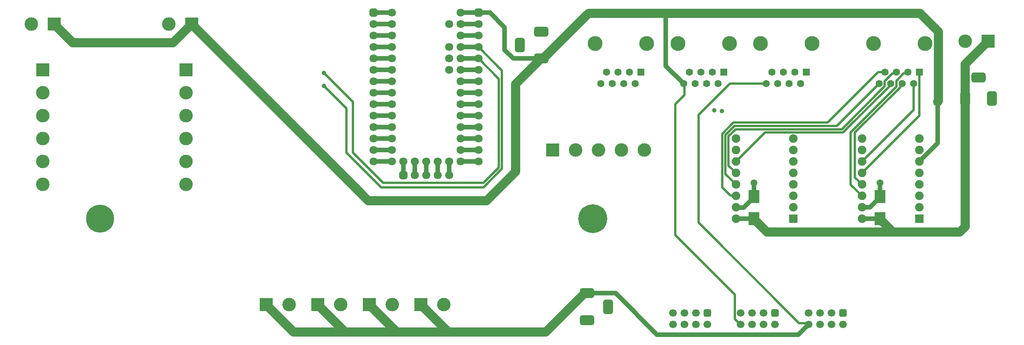
<source format=gbr>
%TF.GenerationSoftware,Altium Limited,Altium Designer,25.8.1 (18)*%
G04 Layer_Physical_Order=1*
G04 Layer_Color=255*
%FSLAX45Y45*%
%MOMM*%
%TF.SameCoordinates,54162AFE-A5A8-4166-B9B9-F60AE772EB98*%
%TF.FilePolarity,Positive*%
%TF.FileFunction,Copper,L1,Top,Signal*%
%TF.Part,Single*%
G01*
G75*
%TA.AperFunction,SMDPad,CuDef*%
%ADD10R,2.45000X2.85000*%
%TA.AperFunction,Conductor*%
%ADD11C,0.50000*%
%ADD12C,2.00000*%
%ADD13C,1.00000*%
%TA.AperFunction,ComponentPad*%
%ADD14C,1.80000*%
G04:AMPARAMS|DCode=15|XSize=1.8mm|YSize=1.8mm|CornerRadius=0.45mm|HoleSize=0mm|Usage=FLASHONLY|Rotation=0.000|XOffset=0mm|YOffset=0mm|HoleType=Round|Shape=RoundedRectangle|*
%AMROUNDEDRECTD15*
21,1,1.80000,0.90000,0,0,0.0*
21,1,0.90000,1.80000,0,0,0.0*
1,1,0.90000,0.45000,-0.45000*
1,1,0.90000,-0.45000,-0.45000*
1,1,0.90000,-0.45000,0.45000*
1,1,0.90000,0.45000,0.45000*
%
%ADD15ROUNDEDRECTD15*%
%ADD16C,3.30000*%
%ADD17R,1.60000X1.60000*%
%ADD18C,1.60000*%
G04:AMPARAMS|DCode=19|XSize=1.7mm|YSize=1.7mm|CornerRadius=0.425mm|HoleSize=0mm|Usage=FLASHONLY|Rotation=270.000|XOffset=0mm|YOffset=0mm|HoleType=Round|Shape=RoundedRectangle|*
%AMROUNDEDRECTD19*
21,1,1.70000,0.85000,0,0,270.0*
21,1,0.85000,1.70000,0,0,270.0*
1,1,0.85000,-0.42500,-0.42500*
1,1,0.85000,-0.42500,0.42500*
1,1,0.85000,0.42500,0.42500*
1,1,0.85000,0.42500,-0.42500*
%
%ADD19ROUNDEDRECTD19*%
%ADD20C,1.70000*%
G04:AMPARAMS|DCode=21|XSize=1.8mm|YSize=1.8mm|CornerRadius=0.45mm|HoleSize=0mm|Usage=FLASHONLY|Rotation=90.000|XOffset=0mm|YOffset=0mm|HoleType=Round|Shape=RoundedRectangle|*
%AMROUNDEDRECTD21*
21,1,1.80000,0.90000,0,0,90.0*
21,1,0.90000,1.80000,0,0,90.0*
1,1,0.90000,0.45000,0.45000*
1,1,0.90000,0.45000,-0.45000*
1,1,0.90000,-0.45000,-0.45000*
1,1,0.90000,-0.45000,0.45000*
%
%ADD21ROUNDEDRECTD21*%
G04:AMPARAMS|DCode=22|XSize=3.2mm|YSize=2.2mm|CornerRadius=0.55mm|HoleSize=0mm|Usage=FLASHONLY|Rotation=270.000|XOffset=0mm|YOffset=0mm|HoleType=Round|Shape=RoundedRectangle|*
%AMROUNDEDRECTD22*
21,1,3.20000,1.10000,0,0,270.0*
21,1,2.10000,2.20000,0,0,270.0*
1,1,1.10000,-0.55000,-1.05000*
1,1,1.10000,-0.55000,1.05000*
1,1,1.10000,0.55000,1.05000*
1,1,1.10000,0.55000,-1.05000*
%
%ADD22ROUNDEDRECTD22*%
G04:AMPARAMS|DCode=23|XSize=3.2mm|YSize=2.2mm|CornerRadius=0.55mm|HoleSize=0mm|Usage=FLASHONLY|Rotation=180.000|XOffset=0mm|YOffset=0mm|HoleType=Round|Shape=RoundedRectangle|*
%AMROUNDEDRECTD23*
21,1,3.20000,1.10000,0,0,180.0*
21,1,2.10000,2.20000,0,0,180.0*
1,1,1.10000,-1.05000,0.55000*
1,1,1.10000,1.05000,0.55000*
1,1,1.10000,1.05000,-0.55000*
1,1,1.10000,-1.05000,-0.55000*
%
%ADD23ROUNDEDRECTD23*%
%ADD24R,3.00000X3.00000*%
%ADD25C,3.00000*%
%ADD26R,3.00000X3.00000*%
%ADD27R,1.90000X1.90000*%
%ADD28C,1.90000*%
%TA.AperFunction,ViaPad*%
%ADD29C,1.00000*%
%ADD30C,1.50000*%
%ADD31C,2.00000*%
%ADD32C,6.40000*%
%ADD33C,6.20000*%
D10*
X16529100Y5796000D02*
D03*
Y5301000D02*
D03*
X19323100Y5796000D02*
D03*
Y5301000D02*
D03*
D11*
X15300000Y5217500D02*
Y7606771D01*
Y5217500D02*
X17533539Y2983961D01*
X17715039D01*
X14787500Y4940000D02*
Y7842500D01*
X16107500Y3080000D02*
Y3620000D01*
X14787500Y4940000D02*
X16107500Y3620000D01*
X16799600Y8305000D02*
X16804601Y8300000D01*
X15300000Y7606771D02*
X15998228Y8305000D01*
X16799600D01*
X17715039Y2983961D02*
X17738000Y2961000D01*
X14969600Y8300000D02*
X14989999Y8279600D01*
Y8045000D02*
Y8279600D01*
X14787500Y7842500D02*
X14989999Y8045000D01*
X16107500Y3080000D02*
X16200000Y2987500D01*
X16232500D01*
X16073950Y7435000D02*
X18162146D01*
X15827499Y7188550D02*
X16073950Y7435000D01*
X18162146D02*
X19281145Y8554000D01*
X18477890Y7290000D02*
X19430000Y8242110D01*
X18364600Y7360000D02*
X19304601Y8300000D01*
X18505885Y7219000D02*
X19558600Y8271715D01*
X16777090Y7219000D02*
X18505885D01*
X15897501Y7159555D02*
X16097945Y7360000D01*
X15967500Y7130560D02*
X16126939Y7290000D01*
X18477890D01*
X16129089Y6571000D02*
X16777090Y7219000D01*
X16097945Y7360000D02*
X18364600D01*
X15967500Y6478590D02*
Y7130560D01*
X15827499Y5997736D02*
Y7188550D01*
Y5997736D02*
X16002455Y5822781D01*
X15967500Y6478590D02*
X16129089Y6317000D01*
X15897501Y6294590D02*
X16129089Y6063000D01*
X15897501Y6294590D02*
Y7159555D01*
X19664552Y8532952D02*
X19685600Y8554000D01*
X19430000Y8355000D02*
X19607951Y8532952D01*
X19664552D01*
X19430000Y8242110D02*
Y8355000D01*
X19558600Y8271715D02*
Y8300000D01*
X16115309Y5822781D02*
X16129089Y5809000D01*
X19281145Y8554000D02*
X19431599D01*
X16002455Y5822781D02*
X16115309D01*
X18767500Y7215000D02*
X19772949Y8220449D01*
X18767500Y6218590D02*
X18923090Y6063000D01*
X18767500Y6218590D02*
Y7215000D01*
X18675000Y7221495D02*
X19685001Y8231495D01*
X18675000Y6057090D02*
Y7221495D01*
Y6057090D02*
X18923090Y5809000D01*
X19772949Y8230582D02*
X19812601Y8270234D01*
X19772949Y8220449D02*
Y8230582D01*
X19812601Y8270234D02*
Y8300000D01*
X19685001Y8231495D02*
Y8362500D01*
X19853539Y8531039D01*
X19916640D02*
X19939600Y8554000D01*
X19853539Y8531039D02*
X19916640D01*
X10945000Y6412500D02*
Y8590000D01*
X10875000Y6442500D02*
Y8406000D01*
X10424000Y9111000D02*
X10945000Y8590000D01*
X10424000Y8857000D02*
X10875000Y8406000D01*
X7497500Y6772500D02*
X8270000Y6000000D01*
X10532500D01*
X10945000Y6412500D01*
X10532500Y6100000D02*
X10875000Y6442500D01*
X8312500Y6100000D02*
X10532500D01*
X7642500Y6770000D02*
X8312500Y6100000D01*
X7000000Y8538376D02*
X7642500Y7895876D01*
X7000000Y8250000D02*
X7497500Y7752500D01*
X7642500Y6770000D02*
Y7895876D01*
X7497500Y6772500D02*
Y7752500D01*
X18923090Y6317000D02*
X20193600Y7587510D01*
Y8554000D01*
X18923090Y6571000D02*
X20066600Y7714510D01*
Y8300000D01*
D12*
X8607090Y2790000D02*
X8690000D01*
X7510000D02*
X8607090D01*
X9750090D02*
X9770000D01*
X8690000D02*
X9750090D01*
X7464090D02*
X7510000D01*
X9770000D02*
X11917090D01*
X6321090D02*
X7464090D01*
X16820100Y5010000D02*
X19614101D01*
X16551601Y5258500D02*
X16571600D01*
X16529100Y5281000D02*
X16551601Y5258500D01*
X16571600D02*
X16820100Y5010000D01*
X14575000Y9860000D02*
X20210001D01*
X10600000Y5700000D02*
X11250000Y6350000D01*
X7983090Y5700000D02*
X10600000D01*
X11250000Y6350000D02*
Y8295910D01*
X4064090Y9619000D02*
X7983090Y5700000D01*
X20600000Y7900000D02*
X20620000Y7920000D01*
X20210001Y9860000D02*
X20620000Y9450000D01*
Y7920000D02*
Y9450000D01*
X12864090Y9860000D02*
X14575000D01*
X11861090Y8857000D02*
X12864090Y9860000D01*
X11250000Y8295910D02*
X11751090Y8797000D01*
X3655090Y9210000D02*
X4064090Y9619000D01*
X1425000Y9210000D02*
X3655090D01*
X1016000Y9619000D02*
X1425000Y9210000D01*
X11751090Y8797000D02*
Y8847000D01*
X11761090Y8857000D01*
X9144090Y3396000D02*
X9750090Y2790000D01*
X8001090Y3396000D02*
X8607090Y2790000D01*
X6858090Y3396000D02*
X7464090Y2790000D01*
X12777090Y3650000D02*
X12827090D01*
X11917090Y2790000D02*
X12777090Y3650000D01*
X5715090Y3396000D02*
X6321090Y2790000D01*
X19365601Y5258500D02*
X19614101Y5010000D01*
X21091933D01*
X21209090Y5127157D02*
Y7968000D01*
X21091933Y5010000D02*
X21209090Y5127157D01*
X19323100Y5281000D02*
X19345599Y5258500D01*
X19365601D01*
X21209090Y7968000D02*
Y8730000D01*
X21717090Y9238000D01*
D13*
X17512000Y2735000D02*
X17738000Y2961000D01*
X14380000Y2735000D02*
X17512000D01*
X12874384Y3650000D02*
X13464999D01*
X14380000Y2735000D01*
X18923090Y5301000D02*
X19303101D01*
X16529100Y5796000D02*
Y6100000D01*
Y5776000D02*
Y5796000D01*
X14575000Y8694600D02*
Y9860000D01*
Y8694600D02*
X14969600Y8300000D01*
X12874384Y3650000D02*
X12934003Y3709619D01*
X12827090Y3650000D02*
X12874384D01*
X11811090Y8857000D02*
X11861090D01*
X10024000Y7587000D02*
X10424000D01*
X11000000Y9050000D02*
Y9550000D01*
Y9050000D02*
X11193000Y8857000D01*
X11761090D01*
X10677000Y9873000D02*
X11000000Y9550000D01*
X10424000Y9873000D02*
X10677000D01*
X8100000D02*
X8500000D01*
X10024000D02*
X10424000D01*
X10024000Y9619000D02*
X10424000D01*
X10024000Y9365000D02*
X10424000D01*
X10024000Y9111000D02*
X10424000D01*
X10024000Y8857000D02*
X10424000D01*
X10024000Y8603000D02*
X10424000D01*
X10024000Y8349000D02*
X10424000D01*
X10024000Y8095000D02*
X10424000D01*
X10024000Y7841000D02*
X10424000D01*
X10024000Y7333000D02*
X10424000D01*
X9262000Y6271000D02*
Y6571000D01*
X10024000Y7079000D02*
X10424000D01*
X10024000Y6825000D02*
X10424000D01*
X10024000Y6571000D02*
X10424000D01*
X9770000Y6271000D02*
Y6571000D01*
X9516000Y6271000D02*
Y6571000D01*
X9008000Y6271000D02*
Y6571000D01*
X8754000Y6271000D02*
Y6571000D01*
X8100000D02*
X8500000D01*
X8100000Y6825000D02*
X8500000D01*
X8100000Y7079000D02*
X8500000D01*
X8100000Y7333000D02*
X8500000D01*
X8100000Y7587000D02*
X8500000D01*
X8100000Y7841000D02*
X8500000D01*
X8100000Y8095000D02*
X8500000D01*
X8100000Y8349000D02*
X8500000D01*
X8100000Y8603000D02*
X8500000D01*
X8100000Y8857000D02*
X8500000D01*
X8100000Y9111000D02*
X8500000D01*
X8100000Y9365000D02*
X8500000D01*
X8100000Y9619000D02*
X8500000D01*
X19323100Y5776000D02*
Y6100000D01*
X18923090Y5555000D02*
X19102100D01*
X19323100Y5776000D01*
X16509100Y5301000D02*
X16529100Y5281000D01*
X16129089Y5301000D02*
X16509100D01*
X19303101D02*
X19323100Y5281000D01*
X20600000Y6977910D02*
Y7900000D01*
X20193089Y6571000D02*
X20600000Y6977910D01*
X16303101Y5550000D02*
X16529100Y5776000D01*
X16134090Y5550000D02*
X16303101D01*
X16129089Y5555000D02*
X16134090Y5550000D01*
D14*
X10424000Y9111000D02*
D03*
Y9365000D02*
D03*
Y9619000D02*
D03*
Y8095000D02*
D03*
Y8349000D02*
D03*
Y8603000D02*
D03*
Y8857000D02*
D03*
Y7079000D02*
D03*
Y7333000D02*
D03*
Y7587000D02*
D03*
Y7841000D02*
D03*
Y6571000D02*
D03*
Y6825000D02*
D03*
X8100000D02*
D03*
Y6571000D02*
D03*
Y7841000D02*
D03*
Y7587000D02*
D03*
Y7333000D02*
D03*
Y7079000D02*
D03*
Y8857000D02*
D03*
Y8603000D02*
D03*
Y8349000D02*
D03*
Y8095000D02*
D03*
Y9619000D02*
D03*
Y9365000D02*
D03*
Y9111000D02*
D03*
X9770000Y6271000D02*
D03*
X9008000D02*
D03*
X9262000D02*
D03*
X9516000D02*
D03*
X8500000Y9873000D02*
D03*
Y9619000D02*
D03*
Y9365000D02*
D03*
Y9111000D02*
D03*
Y8857000D02*
D03*
Y8603000D02*
D03*
Y8349000D02*
D03*
Y8095000D02*
D03*
Y7841000D02*
D03*
Y7587000D02*
D03*
Y7333000D02*
D03*
Y7079000D02*
D03*
Y6825000D02*
D03*
Y6571000D02*
D03*
X8754000D02*
D03*
X9008000D02*
D03*
X9262000D02*
D03*
X9516000D02*
D03*
X9770000D02*
D03*
X10024000D02*
D03*
Y6825000D02*
D03*
Y7079000D02*
D03*
Y7333000D02*
D03*
Y7587000D02*
D03*
Y7841000D02*
D03*
Y8095000D02*
D03*
Y8349000D02*
D03*
Y8603000D02*
D03*
Y8857000D02*
D03*
Y9111000D02*
D03*
Y9365000D02*
D03*
Y9619000D02*
D03*
Y9873000D02*
D03*
X9770000Y9619000D02*
D03*
Y9111000D02*
D03*
Y8857000D02*
D03*
Y8603000D02*
D03*
D15*
X10424000Y9873000D02*
D03*
X8100000D02*
D03*
D16*
X15985600Y9189000D02*
D03*
X14842599D02*
D03*
X16677600Y9189000D02*
D03*
X17820599D02*
D03*
X13007600D02*
D03*
X14150600D02*
D03*
X19177600Y9189000D02*
D03*
X20320599D02*
D03*
D17*
X15858600Y8554000D02*
D03*
X17693600Y8554000D02*
D03*
X14023599D02*
D03*
X20193600Y8554000D02*
D03*
D18*
X15604601D02*
D03*
X15350600D02*
D03*
X15096600D02*
D03*
X15731599Y8300000D02*
D03*
X15477600D02*
D03*
X15223599D02*
D03*
X14969600D02*
D03*
X16804601Y8300000D02*
D03*
X17058600D02*
D03*
X17312601D02*
D03*
X17566600D02*
D03*
X16931599Y8554000D02*
D03*
X17185600D02*
D03*
X17439600D02*
D03*
X13134599Y8300000D02*
D03*
X13388600D02*
D03*
X13642599D02*
D03*
X13896600D02*
D03*
X13261600Y8554000D02*
D03*
X13515601D02*
D03*
X13769600D02*
D03*
X19304601Y8300000D02*
D03*
X19558600D02*
D03*
X19812601D02*
D03*
X20066600D02*
D03*
X19431599Y8554000D02*
D03*
X19685600D02*
D03*
X19939600D02*
D03*
D19*
X18500000Y3215000D02*
D03*
X17000000D02*
D03*
X15500000D02*
D03*
D20*
X18246001D02*
D03*
X18500000Y2961000D02*
D03*
X18246001D02*
D03*
X17992000Y3215000D02*
D03*
Y2961000D02*
D03*
X17738000Y3215000D02*
D03*
Y2961000D02*
D03*
X16238000D02*
D03*
Y3215000D02*
D03*
X16492000Y2961000D02*
D03*
Y3215000D02*
D03*
X16746001Y2961000D02*
D03*
X17000000D02*
D03*
X16746001Y3215000D02*
D03*
X14738000Y2961000D02*
D03*
Y3215000D02*
D03*
X14992000Y2961000D02*
D03*
Y3215000D02*
D03*
X15246001Y2961000D02*
D03*
X15500000D02*
D03*
X15246001Y3215000D02*
D03*
D21*
X8754000Y6271000D02*
D03*
D22*
X11341090Y9157000D02*
D03*
X21809090Y7968000D02*
D03*
X21209090D02*
D03*
X13297090Y3350000D02*
D03*
D23*
X11811090Y9457000D02*
D03*
Y8857000D02*
D03*
X21509090Y8438000D02*
D03*
X12827090Y3050000D02*
D03*
Y3650000D02*
D03*
D24*
X4064090Y9619000D02*
D03*
X1016000D02*
D03*
X21717090Y9238000D02*
D03*
X5715090Y3396000D02*
D03*
X9144090D02*
D03*
X8001090D02*
D03*
X6858090D02*
D03*
X12065090Y6825000D02*
D03*
D25*
X3556090Y9619000D02*
D03*
X508000D02*
D03*
X21209090Y9238000D02*
D03*
X6223090Y3396000D02*
D03*
X9652090D02*
D03*
X8509090D02*
D03*
X7366090D02*
D03*
X762090Y7079000D02*
D03*
Y7587000D02*
D03*
Y8095000D02*
D03*
Y6571000D02*
D03*
Y6063000D02*
D03*
X3937090Y7079000D02*
D03*
Y7587000D02*
D03*
Y8095000D02*
D03*
Y6571000D02*
D03*
Y6063000D02*
D03*
X13589090Y6825000D02*
D03*
X13081090D02*
D03*
X12573090D02*
D03*
X14097090D02*
D03*
D26*
X762090Y8603000D02*
D03*
X3937090D02*
D03*
D27*
X17399091Y5301000D02*
D03*
X20193089D02*
D03*
D28*
X17399091Y5555000D02*
D03*
Y5809000D02*
D03*
Y6063000D02*
D03*
Y6317000D02*
D03*
Y6571000D02*
D03*
Y6825000D02*
D03*
Y7079000D02*
D03*
X16129089Y5301000D02*
D03*
Y5555000D02*
D03*
Y5809000D02*
D03*
Y6063000D02*
D03*
Y6317000D02*
D03*
Y6571000D02*
D03*
Y6825000D02*
D03*
Y7079000D02*
D03*
X20193089Y5555000D02*
D03*
Y5809000D02*
D03*
Y6063000D02*
D03*
Y6317000D02*
D03*
Y6571000D02*
D03*
Y6825000D02*
D03*
Y7079000D02*
D03*
X18923090Y5301000D02*
D03*
Y5555000D02*
D03*
Y5809000D02*
D03*
Y6063000D02*
D03*
Y6317000D02*
D03*
Y6571000D02*
D03*
Y6825000D02*
D03*
Y7079000D02*
D03*
D29*
X15650000Y7710000D02*
D03*
X15822501Y7692500D02*
D03*
X7000000Y8250000D02*
D03*
Y8538376D02*
D03*
D30*
X16529100Y6100000D02*
D03*
X19323100D02*
D03*
D31*
X20600000Y7900000D02*
D03*
D32*
X12954100Y5301000D02*
D03*
D33*
X2032100D02*
D03*
%TF.MD5,f23293b2f2b346877e6ab16c431442b5*%
M02*

</source>
